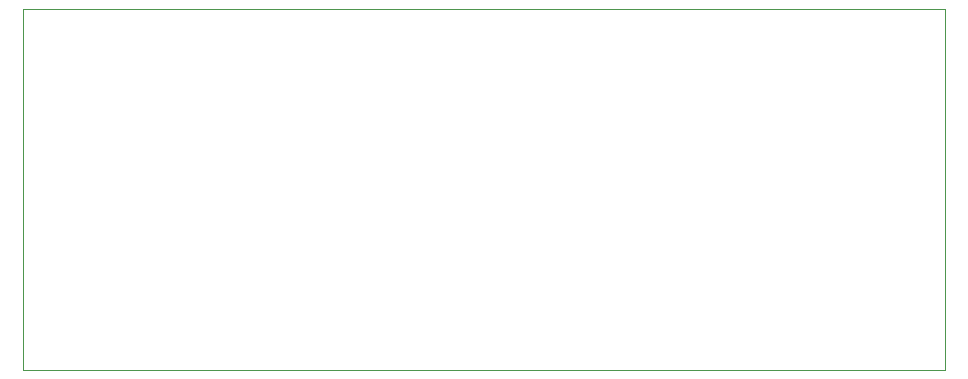
<source format=gbr>
%TF.GenerationSoftware,KiCad,Pcbnew,8.0.5*%
%TF.CreationDate,2024-10-12T16:34:49-07:00*%
%TF.ProjectId,IEEE soldering project,49454545-2073-46f6-9c64-6572696e6720,rev?*%
%TF.SameCoordinates,Original*%
%TF.FileFunction,Profile,NP*%
%FSLAX46Y46*%
G04 Gerber Fmt 4.6, Leading zero omitted, Abs format (unit mm)*
G04 Created by KiCad (PCBNEW 8.0.5) date 2024-10-12 16:34:49*
%MOMM*%
%LPD*%
G01*
G04 APERTURE LIST*
%TA.AperFunction,Profile*%
%ADD10C,0.050000*%
%TD*%
G04 APERTURE END LIST*
D10*
X157102189Y-54731399D02*
X235102189Y-54731399D01*
X235102189Y-85231399D01*
X157102189Y-85231399D01*
X157102189Y-54731399D01*
M02*

</source>
